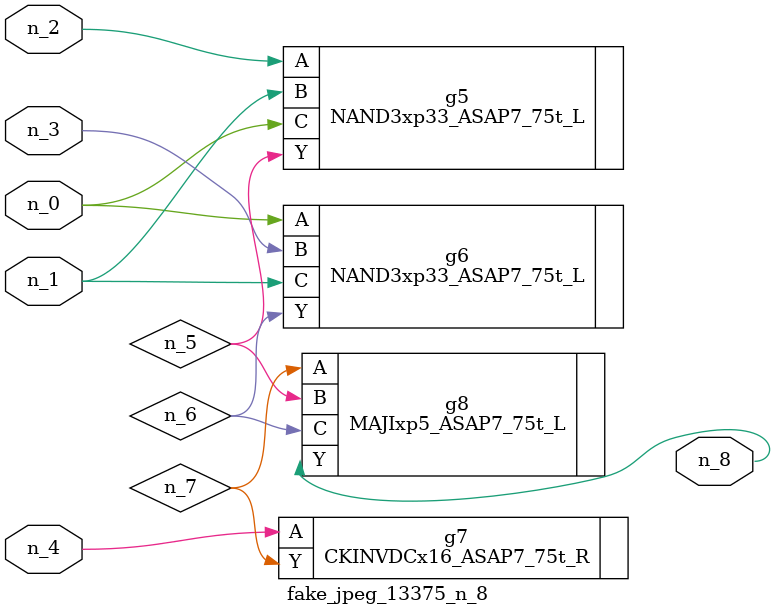
<source format=v>
module fake_jpeg_13375_n_8 (n_3, n_2, n_1, n_0, n_4, n_8);

input n_3;
input n_2;
input n_1;
input n_0;
input n_4;

output n_8;

wire n_6;
wire n_5;
wire n_7;

NAND3xp33_ASAP7_75t_L g5 ( 
.A(n_2),
.B(n_1),
.C(n_0),
.Y(n_5)
);

NAND3xp33_ASAP7_75t_L g6 ( 
.A(n_0),
.B(n_3),
.C(n_1),
.Y(n_6)
);

CKINVDCx16_ASAP7_75t_R g7 ( 
.A(n_4),
.Y(n_7)
);

MAJIxp5_ASAP7_75t_L g8 ( 
.A(n_7),
.B(n_5),
.C(n_6),
.Y(n_8)
);


endmodule
</source>
